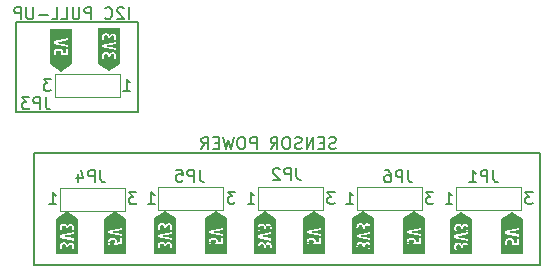
<source format=gbr>
%TF.GenerationSoftware,KiCad,Pcbnew,(6.0.9)*%
%TF.CreationDate,2022-11-19T08:59:55-07:00*%
%TF.ProjectId,AQM,41514d2e-6b69-4636-9164-5f7063625858,rev?*%
%TF.SameCoordinates,Original*%
%TF.FileFunction,Legend,Bot*%
%TF.FilePolarity,Positive*%
%FSLAX46Y46*%
G04 Gerber Fmt 4.6, Leading zero omitted, Abs format (unit mm)*
G04 Created by KiCad (PCBNEW (6.0.9)) date 2022-11-19 08:59:55*
%MOMM*%
%LPD*%
G01*
G04 APERTURE LIST*
%ADD10C,0.150000*%
%ADD11C,0.120000*%
G04 APERTURE END LIST*
D10*
X124780476Y-78604761D02*
X124637619Y-78652380D01*
X124399523Y-78652380D01*
X124304285Y-78604761D01*
X124256666Y-78557142D01*
X124209047Y-78461904D01*
X124209047Y-78366666D01*
X124256666Y-78271428D01*
X124304285Y-78223809D01*
X124399523Y-78176190D01*
X124590000Y-78128571D01*
X124685238Y-78080952D01*
X124732857Y-78033333D01*
X124780476Y-77938095D01*
X124780476Y-77842857D01*
X124732857Y-77747619D01*
X124685238Y-77700000D01*
X124590000Y-77652380D01*
X124351904Y-77652380D01*
X124209047Y-77700000D01*
X123780476Y-78128571D02*
X123447142Y-78128571D01*
X123304285Y-78652380D02*
X123780476Y-78652380D01*
X123780476Y-77652380D01*
X123304285Y-77652380D01*
X122875714Y-78652380D02*
X122875714Y-77652380D01*
X122304285Y-78652380D01*
X122304285Y-77652380D01*
X121875714Y-78604761D02*
X121732857Y-78652380D01*
X121494761Y-78652380D01*
X121399523Y-78604761D01*
X121351904Y-78557142D01*
X121304285Y-78461904D01*
X121304285Y-78366666D01*
X121351904Y-78271428D01*
X121399523Y-78223809D01*
X121494761Y-78176190D01*
X121685238Y-78128571D01*
X121780476Y-78080952D01*
X121828095Y-78033333D01*
X121875714Y-77938095D01*
X121875714Y-77842857D01*
X121828095Y-77747619D01*
X121780476Y-77700000D01*
X121685238Y-77652380D01*
X121447142Y-77652380D01*
X121304285Y-77700000D01*
X120685238Y-77652380D02*
X120494761Y-77652380D01*
X120399523Y-77700000D01*
X120304285Y-77795238D01*
X120256666Y-77985714D01*
X120256666Y-78319047D01*
X120304285Y-78509523D01*
X120399523Y-78604761D01*
X120494761Y-78652380D01*
X120685238Y-78652380D01*
X120780476Y-78604761D01*
X120875714Y-78509523D01*
X120923333Y-78319047D01*
X120923333Y-77985714D01*
X120875714Y-77795238D01*
X120780476Y-77700000D01*
X120685238Y-77652380D01*
X119256666Y-78652380D02*
X119590000Y-78176190D01*
X119828095Y-78652380D02*
X119828095Y-77652380D01*
X119447142Y-77652380D01*
X119351904Y-77700000D01*
X119304285Y-77747619D01*
X119256666Y-77842857D01*
X119256666Y-77985714D01*
X119304285Y-78080952D01*
X119351904Y-78128571D01*
X119447142Y-78176190D01*
X119828095Y-78176190D01*
X118066190Y-78652380D02*
X118066190Y-77652380D01*
X117685238Y-77652380D01*
X117590000Y-77700000D01*
X117542380Y-77747619D01*
X117494761Y-77842857D01*
X117494761Y-77985714D01*
X117542380Y-78080952D01*
X117590000Y-78128571D01*
X117685238Y-78176190D01*
X118066190Y-78176190D01*
X116875714Y-77652380D02*
X116685238Y-77652380D01*
X116590000Y-77700000D01*
X116494761Y-77795238D01*
X116447142Y-77985714D01*
X116447142Y-78319047D01*
X116494761Y-78509523D01*
X116590000Y-78604761D01*
X116685238Y-78652380D01*
X116875714Y-78652380D01*
X116970952Y-78604761D01*
X117066190Y-78509523D01*
X117113809Y-78319047D01*
X117113809Y-77985714D01*
X117066190Y-77795238D01*
X116970952Y-77700000D01*
X116875714Y-77652380D01*
X116113809Y-77652380D02*
X115875714Y-78652380D01*
X115685238Y-77938095D01*
X115494761Y-78652380D01*
X115256666Y-77652380D01*
X114875714Y-78128571D02*
X114542380Y-78128571D01*
X114399523Y-78652380D02*
X114875714Y-78652380D01*
X114875714Y-77652380D01*
X114399523Y-77652380D01*
X113399523Y-78652380D02*
X113732857Y-78176190D01*
X113970952Y-78652380D02*
X113970952Y-77652380D01*
X113590000Y-77652380D01*
X113494761Y-77700000D01*
X113447142Y-77747619D01*
X113399523Y-77842857D01*
X113399523Y-77985714D01*
X113447142Y-78080952D01*
X113494761Y-78128571D01*
X113590000Y-78176190D01*
X113970952Y-78176190D01*
X99250000Y-79040000D02*
X142020000Y-79040000D01*
X142020000Y-79040000D02*
X142020000Y-88450000D01*
X142020000Y-88450000D02*
X99250000Y-88450000D01*
X99250000Y-88450000D02*
X99250000Y-79040000D01*
X107246133Y-67660780D02*
X107246133Y-66660780D01*
X106817561Y-66756019D02*
X106769942Y-66708400D01*
X106674704Y-66660780D01*
X106436609Y-66660780D01*
X106341371Y-66708400D01*
X106293752Y-66756019D01*
X106246133Y-66851257D01*
X106246133Y-66946495D01*
X106293752Y-67089352D01*
X106865180Y-67660780D01*
X106246133Y-67660780D01*
X105246133Y-67565542D02*
X105293752Y-67613161D01*
X105436609Y-67660780D01*
X105531847Y-67660780D01*
X105674704Y-67613161D01*
X105769942Y-67517923D01*
X105817561Y-67422685D01*
X105865180Y-67232209D01*
X105865180Y-67089352D01*
X105817561Y-66898876D01*
X105769942Y-66803638D01*
X105674704Y-66708400D01*
X105531847Y-66660780D01*
X105436609Y-66660780D01*
X105293752Y-66708400D01*
X105246133Y-66756019D01*
X104055657Y-67660780D02*
X104055657Y-66660780D01*
X103674704Y-66660780D01*
X103579466Y-66708400D01*
X103531847Y-66756019D01*
X103484228Y-66851257D01*
X103484228Y-66994114D01*
X103531847Y-67089352D01*
X103579466Y-67136971D01*
X103674704Y-67184590D01*
X104055657Y-67184590D01*
X103055657Y-66660780D02*
X103055657Y-67470304D01*
X103008038Y-67565542D01*
X102960419Y-67613161D01*
X102865180Y-67660780D01*
X102674704Y-67660780D01*
X102579466Y-67613161D01*
X102531847Y-67565542D01*
X102484228Y-67470304D01*
X102484228Y-66660780D01*
X101531847Y-67660780D02*
X102008038Y-67660780D01*
X102008038Y-66660780D01*
X100722323Y-67660780D02*
X101198514Y-67660780D01*
X101198514Y-66660780D01*
X100388990Y-67279828D02*
X99627085Y-67279828D01*
X99150895Y-66660780D02*
X99150895Y-67470304D01*
X99103276Y-67565542D01*
X99055657Y-67613161D01*
X98960419Y-67660780D01*
X98769942Y-67660780D01*
X98674704Y-67613161D01*
X98627085Y-67565542D01*
X98579466Y-67470304D01*
X98579466Y-66660780D01*
X98103276Y-67660780D02*
X98103276Y-66660780D01*
X97722323Y-66660780D01*
X97627085Y-66708400D01*
X97579466Y-66756019D01*
X97531847Y-66851257D01*
X97531847Y-66994114D01*
X97579466Y-67089352D01*
X97627085Y-67136971D01*
X97722323Y-67184590D01*
X98103276Y-67184590D01*
X97707200Y-67919600D02*
X108032800Y-67919600D01*
X108032800Y-67919600D02*
X108032800Y-75554000D01*
X108032800Y-75554000D02*
X97707200Y-75554000D01*
X97707200Y-75554000D02*
X97707200Y-67919600D01*
%TO.C,JP3*%
X100198133Y-74280780D02*
X100198133Y-74995066D01*
X100245752Y-75137923D01*
X100340990Y-75233161D01*
X100483847Y-75280780D01*
X100579085Y-75280780D01*
X99721942Y-75280780D02*
X99721942Y-74280780D01*
X99340990Y-74280780D01*
X99245752Y-74328400D01*
X99198133Y-74376019D01*
X99150514Y-74471257D01*
X99150514Y-74614114D01*
X99198133Y-74709352D01*
X99245752Y-74756971D01*
X99340990Y-74804590D01*
X99721942Y-74804590D01*
X98817180Y-74280780D02*
X98198133Y-74280780D01*
X98531466Y-74661733D01*
X98388609Y-74661733D01*
X98293371Y-74709352D01*
X98245752Y-74756971D01*
X98198133Y-74852209D01*
X98198133Y-75090304D01*
X98245752Y-75185542D01*
X98293371Y-75233161D01*
X98388609Y-75280780D01*
X98674323Y-75280780D01*
X98769561Y-75233161D01*
X98817180Y-75185542D01*
X106777885Y-73731380D02*
X107349314Y-73731380D01*
X107063600Y-73731380D02*
X107063600Y-72731380D01*
X107158838Y-72874238D01*
X107254076Y-72969476D01*
X107349314Y-73017095D01*
X100646933Y-72731380D02*
X100027885Y-72731380D01*
X100361219Y-73112333D01*
X100218361Y-73112333D01*
X100123123Y-73159952D01*
X100075504Y-73207571D01*
X100027885Y-73302809D01*
X100027885Y-73540904D01*
X100075504Y-73636142D01*
X100123123Y-73683761D01*
X100218361Y-73731380D01*
X100504076Y-73731380D01*
X100599314Y-73683761D01*
X100646933Y-73636142D01*
%TO.C,JP6*%
X130881333Y-80478380D02*
X130881333Y-81192666D01*
X130928952Y-81335523D01*
X131024190Y-81430761D01*
X131167047Y-81478380D01*
X131262285Y-81478380D01*
X130405142Y-81478380D02*
X130405142Y-80478380D01*
X130024190Y-80478380D01*
X129928952Y-80526000D01*
X129881333Y-80573619D01*
X129833714Y-80668857D01*
X129833714Y-80811714D01*
X129881333Y-80906952D01*
X129928952Y-80954571D01*
X130024190Y-81002190D01*
X130405142Y-81002190D01*
X128976571Y-80478380D02*
X129167047Y-80478380D01*
X129262285Y-80526000D01*
X129309904Y-80573619D01*
X129405142Y-80716476D01*
X129452761Y-80906952D01*
X129452761Y-81287904D01*
X129405142Y-81383142D01*
X129357523Y-81430761D01*
X129262285Y-81478380D01*
X129071809Y-81478380D01*
X128976571Y-81430761D01*
X128928952Y-81383142D01*
X128881333Y-81287904D01*
X128881333Y-81049809D01*
X128928952Y-80954571D01*
X128976571Y-80906952D01*
X129071809Y-80859333D01*
X129262285Y-80859333D01*
X129357523Y-80906952D01*
X129405142Y-80954571D01*
X129452761Y-81049809D01*
X125664285Y-83302380D02*
X126235714Y-83302380D01*
X125950000Y-83302380D02*
X125950000Y-82302380D01*
X126045238Y-82445238D01*
X126140476Y-82540476D01*
X126235714Y-82588095D01*
X133033333Y-82302380D02*
X132414285Y-82302380D01*
X132747619Y-82683333D01*
X132604761Y-82683333D01*
X132509523Y-82730952D01*
X132461904Y-82778571D01*
X132414285Y-82873809D01*
X132414285Y-83111904D01*
X132461904Y-83207142D01*
X132509523Y-83254761D01*
X132604761Y-83302380D01*
X132890476Y-83302380D01*
X132985714Y-83254761D01*
X133033333Y-83207142D01*
%TO.C,JP5*%
X113233333Y-80412380D02*
X113233333Y-81126666D01*
X113280952Y-81269523D01*
X113376190Y-81364761D01*
X113519047Y-81412380D01*
X113614285Y-81412380D01*
X112757142Y-81412380D02*
X112757142Y-80412380D01*
X112376190Y-80412380D01*
X112280952Y-80460000D01*
X112233333Y-80507619D01*
X112185714Y-80602857D01*
X112185714Y-80745714D01*
X112233333Y-80840952D01*
X112280952Y-80888571D01*
X112376190Y-80936190D01*
X112757142Y-80936190D01*
X111280952Y-80412380D02*
X111757142Y-80412380D01*
X111804761Y-80888571D01*
X111757142Y-80840952D01*
X111661904Y-80793333D01*
X111423809Y-80793333D01*
X111328571Y-80840952D01*
X111280952Y-80888571D01*
X111233333Y-80983809D01*
X111233333Y-81221904D01*
X111280952Y-81317142D01*
X111328571Y-81364761D01*
X111423809Y-81412380D01*
X111661904Y-81412380D01*
X111757142Y-81364761D01*
X111804761Y-81317142D01*
X108864285Y-83277380D02*
X109435714Y-83277380D01*
X109150000Y-83277380D02*
X109150000Y-82277380D01*
X109245238Y-82420238D01*
X109340476Y-82515476D01*
X109435714Y-82563095D01*
X116233333Y-82277380D02*
X115614285Y-82277380D01*
X115947619Y-82658333D01*
X115804761Y-82658333D01*
X115709523Y-82705952D01*
X115661904Y-82753571D01*
X115614285Y-82848809D01*
X115614285Y-83086904D01*
X115661904Y-83182142D01*
X115709523Y-83229761D01*
X115804761Y-83277380D01*
X116090476Y-83277380D01*
X116185714Y-83229761D01*
X116233333Y-83182142D01*
%TO.C,JP4*%
X104823333Y-80462380D02*
X104823333Y-81176666D01*
X104870952Y-81319523D01*
X104966190Y-81414761D01*
X105109047Y-81462380D01*
X105204285Y-81462380D01*
X104347142Y-81462380D02*
X104347142Y-80462380D01*
X103966190Y-80462380D01*
X103870952Y-80510000D01*
X103823333Y-80557619D01*
X103775714Y-80652857D01*
X103775714Y-80795714D01*
X103823333Y-80890952D01*
X103870952Y-80938571D01*
X103966190Y-80986190D01*
X104347142Y-80986190D01*
X102918571Y-80795714D02*
X102918571Y-81462380D01*
X103156666Y-80414761D02*
X103394761Y-81129047D01*
X102775714Y-81129047D01*
X107883333Y-82327380D02*
X107264285Y-82327380D01*
X107597619Y-82708333D01*
X107454761Y-82708333D01*
X107359523Y-82755952D01*
X107311904Y-82803571D01*
X107264285Y-82898809D01*
X107264285Y-83136904D01*
X107311904Y-83232142D01*
X107359523Y-83279761D01*
X107454761Y-83327380D01*
X107740476Y-83327380D01*
X107835714Y-83279761D01*
X107883333Y-83232142D01*
X100514285Y-83327380D02*
X101085714Y-83327380D01*
X100800000Y-83327380D02*
X100800000Y-82327380D01*
X100895238Y-82470238D01*
X100990476Y-82565476D01*
X101085714Y-82613095D01*
%TO.C,JP1*%
X138083333Y-80462380D02*
X138083333Y-81176666D01*
X138130952Y-81319523D01*
X138226190Y-81414761D01*
X138369047Y-81462380D01*
X138464285Y-81462380D01*
X137607142Y-81462380D02*
X137607142Y-80462380D01*
X137226190Y-80462380D01*
X137130952Y-80510000D01*
X137083333Y-80557619D01*
X137035714Y-80652857D01*
X137035714Y-80795714D01*
X137083333Y-80890952D01*
X137130952Y-80938571D01*
X137226190Y-80986190D01*
X137607142Y-80986190D01*
X136083333Y-81462380D02*
X136654761Y-81462380D01*
X136369047Y-81462380D02*
X136369047Y-80462380D01*
X136464285Y-80605238D01*
X136559523Y-80700476D01*
X136654761Y-80748095D01*
X134064285Y-83302380D02*
X134635714Y-83302380D01*
X134350000Y-83302380D02*
X134350000Y-82302380D01*
X134445238Y-82445238D01*
X134540476Y-82540476D01*
X134635714Y-82588095D01*
X141433333Y-82302380D02*
X140814285Y-82302380D01*
X141147619Y-82683333D01*
X141004761Y-82683333D01*
X140909523Y-82730952D01*
X140861904Y-82778571D01*
X140814285Y-82873809D01*
X140814285Y-83111904D01*
X140861904Y-83207142D01*
X140909523Y-83254761D01*
X141004761Y-83302380D01*
X141290476Y-83302380D01*
X141385714Y-83254761D01*
X141433333Y-83207142D01*
%TO.C,JP2*%
X121443333Y-80272380D02*
X121443333Y-80986666D01*
X121490952Y-81129523D01*
X121586190Y-81224761D01*
X121729047Y-81272380D01*
X121824285Y-81272380D01*
X120967142Y-81272380D02*
X120967142Y-80272380D01*
X120586190Y-80272380D01*
X120490952Y-80320000D01*
X120443333Y-80367619D01*
X120395714Y-80462857D01*
X120395714Y-80605714D01*
X120443333Y-80700952D01*
X120490952Y-80748571D01*
X120586190Y-80796190D01*
X120967142Y-80796190D01*
X120014761Y-80367619D02*
X119967142Y-80320000D01*
X119871904Y-80272380D01*
X119633809Y-80272380D01*
X119538571Y-80320000D01*
X119490952Y-80367619D01*
X119443333Y-80462857D01*
X119443333Y-80558095D01*
X119490952Y-80700952D01*
X120062380Y-81272380D01*
X119443333Y-81272380D01*
X117314285Y-83302380D02*
X117885714Y-83302380D01*
X117600000Y-83302380D02*
X117600000Y-82302380D01*
X117695238Y-82445238D01*
X117790476Y-82540476D01*
X117885714Y-82588095D01*
X124683333Y-82302380D02*
X124064285Y-82302380D01*
X124397619Y-82683333D01*
X124254761Y-82683333D01*
X124159523Y-82730952D01*
X124111904Y-82778571D01*
X124064285Y-82873809D01*
X124064285Y-83111904D01*
X124111904Y-83207142D01*
X124159523Y-83254761D01*
X124254761Y-83302380D01*
X124540476Y-83302380D01*
X124635714Y-83254761D01*
X124683333Y-83207142D01*
%TO.C,kibuzzard-6378F9DB*%
G36*
X106488442Y-68448276D02*
G01*
X106488442Y-71447163D01*
X105562400Y-72064524D01*
X104636358Y-71447163D01*
X104636358Y-70793063D01*
X104967087Y-70793063D01*
X104979787Y-70922444D01*
X105017887Y-71047063D01*
X105170287Y-71047063D01*
X105121472Y-70931573D01*
X105105200Y-70813701D01*
X105118892Y-70726190D01*
X105159969Y-70663682D01*
X105228430Y-70626177D01*
X105324275Y-70613676D01*
X105418533Y-70627963D01*
X105482231Y-70670826D01*
X105518545Y-70748613D01*
X105530650Y-70867676D01*
X105530650Y-70899426D01*
X105670350Y-70899426D01*
X105670350Y-70867676D01*
X105682256Y-70756948D01*
X105717975Y-70681938D01*
X105779491Y-70639076D01*
X105868787Y-70624788D01*
X105953454Y-70643133D01*
X106004254Y-70698166D01*
X106021187Y-70789888D01*
X106004519Y-70901807D01*
X105954512Y-71024838D01*
X106102150Y-71024838D01*
X106133018Y-70933116D01*
X106151539Y-70844216D01*
X106157713Y-70758138D01*
X106140052Y-70627566D01*
X106087069Y-70531126D01*
X106002733Y-70471594D01*
X105891012Y-70451751D01*
X105789313Y-70463657D01*
X105708053Y-70499376D01*
X105647232Y-70558907D01*
X105606850Y-70642251D01*
X105605262Y-70642251D01*
X105572322Y-70551962D01*
X105513187Y-70487469D01*
X105427859Y-70448774D01*
X105316337Y-70435876D01*
X105209622Y-70445798D01*
X105122310Y-70475563D01*
X105054400Y-70525173D01*
X105005893Y-70594626D01*
X104976789Y-70683923D01*
X104967087Y-70793063D01*
X104636358Y-70793063D01*
X104636358Y-70051701D01*
X104982962Y-70051701D01*
X106141837Y-70308876D01*
X106141837Y-70126313D01*
X105141712Y-69945338D01*
X105141712Y-69943751D01*
X106141837Y-69762776D01*
X106141837Y-69586563D01*
X104982962Y-69845326D01*
X104982962Y-70051701D01*
X104636358Y-70051701D01*
X104636358Y-69205563D01*
X104967087Y-69205563D01*
X104979787Y-69334944D01*
X105017887Y-69459563D01*
X105170287Y-69459563D01*
X105121472Y-69344073D01*
X105105200Y-69226201D01*
X105118892Y-69138690D01*
X105159969Y-69076182D01*
X105228430Y-69038677D01*
X105324275Y-69026176D01*
X105418533Y-69040463D01*
X105482231Y-69083326D01*
X105518545Y-69161113D01*
X105530650Y-69280176D01*
X105530650Y-69311926D01*
X105670350Y-69311926D01*
X105670350Y-69280176D01*
X105682256Y-69169448D01*
X105717975Y-69094438D01*
X105779491Y-69051576D01*
X105868787Y-69037288D01*
X105953454Y-69055633D01*
X106004254Y-69110666D01*
X106021187Y-69202388D01*
X106004519Y-69314307D01*
X105954512Y-69437338D01*
X106102150Y-69437338D01*
X106133018Y-69345616D01*
X106151539Y-69256716D01*
X106157713Y-69170638D01*
X106140052Y-69040066D01*
X106087069Y-68943626D01*
X106002733Y-68884094D01*
X105891012Y-68864251D01*
X105789313Y-68876157D01*
X105708053Y-68911876D01*
X105647232Y-68971407D01*
X105606850Y-69054751D01*
X105605262Y-69054751D01*
X105572322Y-68964462D01*
X105513187Y-68899969D01*
X105427859Y-68861274D01*
X105316337Y-68848376D01*
X105209622Y-68858298D01*
X105122310Y-68888063D01*
X105054400Y-68937673D01*
X105005893Y-69007126D01*
X104976789Y-69096423D01*
X104967087Y-69205563D01*
X104636358Y-69205563D01*
X104636358Y-68448276D01*
X106488442Y-68448276D01*
G37*
%TO.C,kibuzzard-6378ECA4*%
G36*
X102416504Y-68501722D02*
G01*
X102416504Y-71500609D01*
X101498400Y-72112678D01*
X100580296Y-71500609D01*
X100580296Y-70488528D01*
X100911025Y-70488528D01*
X100922931Y-70606400D01*
X100958650Y-70715540D01*
X101109463Y-70715540D01*
X101064219Y-70607193D01*
X101049137Y-70501228D01*
X101062830Y-70420265D01*
X101103906Y-70364703D01*
X101179114Y-70332556D01*
X101295200Y-70321840D01*
X101405333Y-70329381D01*
X101478556Y-70352003D01*
X101533325Y-70445665D01*
X101517450Y-70506387D01*
X101469825Y-70561553D01*
X101469825Y-70707603D01*
X102085775Y-70691728D01*
X102085775Y-70175790D01*
X101949250Y-70175790D01*
X101949250Y-70529803D01*
X101628575Y-70540915D01*
X101628575Y-70537740D01*
X101658341Y-70473447D01*
X101668262Y-70398040D01*
X101653340Y-70306600D01*
X101608572Y-70235480D01*
X101533960Y-70184680D01*
X101429503Y-70154200D01*
X101295200Y-70144040D01*
X101170669Y-70153212D01*
X101072244Y-70180729D01*
X100999925Y-70226590D01*
X100950536Y-70292383D01*
X100920903Y-70379696D01*
X100911025Y-70488528D01*
X100580296Y-70488528D01*
X100580296Y-69751928D01*
X100926900Y-69751928D01*
X102085775Y-70009103D01*
X102085775Y-69826540D01*
X101085650Y-69645565D01*
X101085650Y-69643978D01*
X102085775Y-69463003D01*
X102085775Y-69286790D01*
X100926900Y-69545553D01*
X100926900Y-69751928D01*
X100580296Y-69751928D01*
X100580296Y-68501722D01*
X102416504Y-68501722D01*
G37*
%TO.C,kibuzzard-6378EBEC*%
G36*
X139700000Y-83954522D02*
G01*
X140618104Y-84566591D01*
X140618104Y-87565478D01*
X138781896Y-87565478D01*
X138781896Y-86553397D01*
X139112625Y-86553397D01*
X139124531Y-86671269D01*
X139160250Y-86780410D01*
X139311063Y-86780410D01*
X139265819Y-86672063D01*
X139250737Y-86566097D01*
X139264430Y-86485135D01*
X139305506Y-86429572D01*
X139380714Y-86397425D01*
X139496800Y-86386710D01*
X139606933Y-86394250D01*
X139680156Y-86416872D01*
X139734925Y-86510535D01*
X139719050Y-86571257D01*
X139671425Y-86626422D01*
X139671425Y-86772472D01*
X140287375Y-86756597D01*
X140287375Y-86240660D01*
X140150850Y-86240660D01*
X140150850Y-86594672D01*
X139830175Y-86605785D01*
X139830175Y-86602610D01*
X139859941Y-86538316D01*
X139869862Y-86462910D01*
X139854940Y-86371470D01*
X139810172Y-86300350D01*
X139735560Y-86249550D01*
X139631103Y-86219070D01*
X139496800Y-86208910D01*
X139372269Y-86218082D01*
X139273844Y-86245599D01*
X139201525Y-86291460D01*
X139152136Y-86357253D01*
X139122503Y-86444565D01*
X139112625Y-86553397D01*
X138781896Y-86553397D01*
X138781896Y-85816797D01*
X139128500Y-85816797D01*
X140287375Y-86073972D01*
X140287375Y-85891410D01*
X139287250Y-85710435D01*
X139287250Y-85708847D01*
X140287375Y-85527872D01*
X140287375Y-85351660D01*
X139128500Y-85610422D01*
X139128500Y-85816797D01*
X138781896Y-85816797D01*
X138781896Y-84566591D01*
X139700000Y-83954522D01*
G37*
G36*
X131370000Y-83914522D02*
G01*
X132288104Y-84526591D01*
X132288104Y-87525478D01*
X130451896Y-87525478D01*
X130451896Y-86513397D01*
X130782625Y-86513397D01*
X130794531Y-86631269D01*
X130830250Y-86740410D01*
X130981063Y-86740410D01*
X130935819Y-86632063D01*
X130920737Y-86526097D01*
X130934430Y-86445135D01*
X130975506Y-86389572D01*
X131050714Y-86357425D01*
X131166800Y-86346710D01*
X131276933Y-86354250D01*
X131350156Y-86376872D01*
X131404925Y-86470535D01*
X131389050Y-86531257D01*
X131341425Y-86586422D01*
X131341425Y-86732472D01*
X131957375Y-86716597D01*
X131957375Y-86200660D01*
X131820850Y-86200660D01*
X131820850Y-86554672D01*
X131500175Y-86565785D01*
X131500175Y-86562610D01*
X131529941Y-86498316D01*
X131539862Y-86422910D01*
X131524940Y-86331470D01*
X131480172Y-86260350D01*
X131405560Y-86209550D01*
X131301103Y-86179070D01*
X131166800Y-86168910D01*
X131042269Y-86178082D01*
X130943844Y-86205599D01*
X130871525Y-86251460D01*
X130822136Y-86317253D01*
X130792503Y-86404565D01*
X130782625Y-86513397D01*
X130451896Y-86513397D01*
X130451896Y-85776797D01*
X130798500Y-85776797D01*
X131957375Y-86033972D01*
X131957375Y-85851410D01*
X130957250Y-85670435D01*
X130957250Y-85668847D01*
X131957375Y-85487872D01*
X131957375Y-85311660D01*
X130798500Y-85570422D01*
X130798500Y-85776797D01*
X130451896Y-85776797D01*
X130451896Y-84526591D01*
X131370000Y-83914522D01*
G37*
G36*
X122900000Y-83914522D02*
G01*
X123818104Y-84526591D01*
X123818104Y-87525478D01*
X121981896Y-87525478D01*
X121981896Y-86513397D01*
X122312625Y-86513397D01*
X122324531Y-86631269D01*
X122360250Y-86740410D01*
X122511063Y-86740410D01*
X122465819Y-86632063D01*
X122450737Y-86526097D01*
X122464430Y-86445135D01*
X122505506Y-86389572D01*
X122580714Y-86357425D01*
X122696800Y-86346710D01*
X122806933Y-86354250D01*
X122880156Y-86376872D01*
X122934925Y-86470535D01*
X122919050Y-86531257D01*
X122871425Y-86586422D01*
X122871425Y-86732472D01*
X123487375Y-86716597D01*
X123487375Y-86200660D01*
X123350850Y-86200660D01*
X123350850Y-86554672D01*
X123030175Y-86565785D01*
X123030175Y-86562610D01*
X123059941Y-86498316D01*
X123069862Y-86422910D01*
X123054940Y-86331470D01*
X123010172Y-86260350D01*
X122935560Y-86209550D01*
X122831103Y-86179070D01*
X122696800Y-86168910D01*
X122572269Y-86178082D01*
X122473844Y-86205599D01*
X122401525Y-86251460D01*
X122352136Y-86317253D01*
X122322503Y-86404565D01*
X122312625Y-86513397D01*
X121981896Y-86513397D01*
X121981896Y-85776797D01*
X122328500Y-85776797D01*
X123487375Y-86033972D01*
X123487375Y-85851410D01*
X122487250Y-85670435D01*
X122487250Y-85668847D01*
X123487375Y-85487872D01*
X123487375Y-85311660D01*
X122328500Y-85570422D01*
X122328500Y-85776797D01*
X121981896Y-85776797D01*
X121981896Y-84526591D01*
X122900000Y-83914522D01*
G37*
G36*
X114610000Y-83914522D02*
G01*
X115528104Y-84526591D01*
X115528104Y-87525478D01*
X113691896Y-87525478D01*
X113691896Y-86513397D01*
X114022625Y-86513397D01*
X114034531Y-86631269D01*
X114070250Y-86740410D01*
X114221063Y-86740410D01*
X114175819Y-86632063D01*
X114160737Y-86526097D01*
X114174430Y-86445135D01*
X114215506Y-86389572D01*
X114290714Y-86357425D01*
X114406800Y-86346710D01*
X114516933Y-86354250D01*
X114590156Y-86376872D01*
X114644925Y-86470535D01*
X114629050Y-86531257D01*
X114581425Y-86586422D01*
X114581425Y-86732472D01*
X115197375Y-86716597D01*
X115197375Y-86200660D01*
X115060850Y-86200660D01*
X115060850Y-86554672D01*
X114740175Y-86565785D01*
X114740175Y-86562610D01*
X114769941Y-86498316D01*
X114779862Y-86422910D01*
X114764940Y-86331470D01*
X114720172Y-86260350D01*
X114645560Y-86209550D01*
X114541103Y-86179070D01*
X114406800Y-86168910D01*
X114282269Y-86178082D01*
X114183844Y-86205599D01*
X114111525Y-86251460D01*
X114062136Y-86317253D01*
X114032503Y-86404565D01*
X114022625Y-86513397D01*
X113691896Y-86513397D01*
X113691896Y-85776797D01*
X114038500Y-85776797D01*
X115197375Y-86033972D01*
X115197375Y-85851410D01*
X114197250Y-85670435D01*
X114197250Y-85668847D01*
X115197375Y-85487872D01*
X115197375Y-85311660D01*
X114038500Y-85570422D01*
X114038500Y-85776797D01*
X113691896Y-85776797D01*
X113691896Y-84526591D01*
X114610000Y-83914522D01*
G37*
G36*
X106060000Y-83934522D02*
G01*
X106978104Y-84546591D01*
X106978104Y-87545478D01*
X105141896Y-87545478D01*
X105141896Y-86533397D01*
X105472625Y-86533397D01*
X105484531Y-86651269D01*
X105520250Y-86760410D01*
X105671063Y-86760410D01*
X105625819Y-86652063D01*
X105610737Y-86546097D01*
X105624430Y-86465135D01*
X105665506Y-86409572D01*
X105740714Y-86377425D01*
X105856800Y-86366710D01*
X105966933Y-86374250D01*
X106040156Y-86396872D01*
X106094925Y-86490535D01*
X106079050Y-86551257D01*
X106031425Y-86606422D01*
X106031425Y-86752472D01*
X106647375Y-86736597D01*
X106647375Y-86220660D01*
X106510850Y-86220660D01*
X106510850Y-86574672D01*
X106190175Y-86585785D01*
X106190175Y-86582610D01*
X106219941Y-86518316D01*
X106229862Y-86442910D01*
X106214940Y-86351470D01*
X106170172Y-86280350D01*
X106095560Y-86229550D01*
X105991103Y-86199070D01*
X105856800Y-86188910D01*
X105732269Y-86198082D01*
X105633844Y-86225599D01*
X105561525Y-86271460D01*
X105512136Y-86337253D01*
X105482503Y-86424565D01*
X105472625Y-86533397D01*
X105141896Y-86533397D01*
X105141896Y-85796797D01*
X105488500Y-85796797D01*
X106647375Y-86053972D01*
X106647375Y-85871410D01*
X105647250Y-85690435D01*
X105647250Y-85688847D01*
X106647375Y-85507872D01*
X106647375Y-85331660D01*
X105488500Y-85590422D01*
X105488500Y-85796797D01*
X105141896Y-85796797D01*
X105141896Y-84546591D01*
X106060000Y-83934522D01*
G37*
%TO.C,kibuzzard-6378EB76*%
G36*
X135400000Y-83961876D02*
G01*
X136326042Y-84579237D01*
X136326042Y-87578124D01*
X134473958Y-87578124D01*
X134473958Y-86924024D01*
X134804687Y-86924024D01*
X134817387Y-87053406D01*
X134855487Y-87178024D01*
X135007887Y-87178024D01*
X134959072Y-87062534D01*
X134942800Y-86944662D01*
X134956492Y-86857151D01*
X134997569Y-86794643D01*
X135066030Y-86757138D01*
X135161875Y-86744637D01*
X135256133Y-86758924D01*
X135319831Y-86801787D01*
X135356145Y-86879574D01*
X135368250Y-86998637D01*
X135368250Y-87030387D01*
X135507950Y-87030387D01*
X135507950Y-86998637D01*
X135519856Y-86887909D01*
X135555575Y-86812899D01*
X135617091Y-86770037D01*
X135706387Y-86755749D01*
X135791054Y-86774094D01*
X135841854Y-86829127D01*
X135858787Y-86920849D01*
X135842119Y-87032768D01*
X135792112Y-87155799D01*
X135939750Y-87155799D01*
X135970618Y-87064077D01*
X135989139Y-86975177D01*
X135995313Y-86889099D01*
X135977652Y-86758527D01*
X135924669Y-86662087D01*
X135840333Y-86602556D01*
X135728612Y-86582712D01*
X135626913Y-86594618D01*
X135545653Y-86630337D01*
X135484832Y-86689868D01*
X135444450Y-86773212D01*
X135442862Y-86773212D01*
X135409922Y-86682923D01*
X135350787Y-86618431D01*
X135265459Y-86579735D01*
X135153937Y-86566837D01*
X135047222Y-86576759D01*
X134959910Y-86606524D01*
X134892000Y-86656134D01*
X134843493Y-86725587D01*
X134814389Y-86814884D01*
X134804687Y-86924024D01*
X134473958Y-86924024D01*
X134473958Y-86182662D01*
X134820562Y-86182662D01*
X135979437Y-86439837D01*
X135979437Y-86257274D01*
X134979312Y-86076299D01*
X134979312Y-86074712D01*
X135979437Y-85893737D01*
X135979437Y-85717524D01*
X134820562Y-85976287D01*
X134820562Y-86182662D01*
X134473958Y-86182662D01*
X134473958Y-85336524D01*
X134804687Y-85336524D01*
X134817387Y-85465906D01*
X134855487Y-85590524D01*
X135007887Y-85590524D01*
X134959072Y-85475034D01*
X134942800Y-85357162D01*
X134956492Y-85269651D01*
X134997569Y-85207143D01*
X135066030Y-85169638D01*
X135161875Y-85157137D01*
X135256133Y-85171424D01*
X135319831Y-85214287D01*
X135356145Y-85292074D01*
X135368250Y-85411137D01*
X135368250Y-85442887D01*
X135507950Y-85442887D01*
X135507950Y-85411137D01*
X135519856Y-85300409D01*
X135555575Y-85225399D01*
X135617091Y-85182537D01*
X135706387Y-85168249D01*
X135791054Y-85186594D01*
X135841854Y-85241627D01*
X135858787Y-85333349D01*
X135842119Y-85445268D01*
X135792112Y-85568299D01*
X135939750Y-85568299D01*
X135970618Y-85476577D01*
X135989139Y-85387677D01*
X135995313Y-85301599D01*
X135977652Y-85171027D01*
X135924669Y-85074587D01*
X135840333Y-85015056D01*
X135728612Y-84995212D01*
X135626913Y-85007118D01*
X135545653Y-85042837D01*
X135484832Y-85102368D01*
X135444450Y-85185712D01*
X135442862Y-85185712D01*
X135409922Y-85095423D01*
X135350787Y-85030931D01*
X135265459Y-84992235D01*
X135153937Y-84979337D01*
X135047222Y-84989259D01*
X134959910Y-85019024D01*
X134892000Y-85068634D01*
X134843493Y-85138087D01*
X134814389Y-85227384D01*
X134804687Y-85336524D01*
X134473958Y-85336524D01*
X134473958Y-84579237D01*
X135400000Y-83961876D01*
G37*
G36*
X127110000Y-83921876D02*
G01*
X128036042Y-84539237D01*
X128036042Y-87538124D01*
X126183958Y-87538124D01*
X126183958Y-86884024D01*
X126514687Y-86884024D01*
X126527387Y-87013406D01*
X126565487Y-87138024D01*
X126717887Y-87138024D01*
X126669072Y-87022534D01*
X126652800Y-86904662D01*
X126666492Y-86817151D01*
X126707569Y-86754643D01*
X126776030Y-86717138D01*
X126871875Y-86704637D01*
X126966133Y-86718924D01*
X127029831Y-86761787D01*
X127066145Y-86839574D01*
X127078250Y-86958637D01*
X127078250Y-86990387D01*
X127217950Y-86990387D01*
X127217950Y-86958637D01*
X127229856Y-86847909D01*
X127265575Y-86772899D01*
X127327091Y-86730037D01*
X127416387Y-86715749D01*
X127501054Y-86734094D01*
X127551854Y-86789127D01*
X127568787Y-86880849D01*
X127552119Y-86992768D01*
X127502112Y-87115799D01*
X127649750Y-87115799D01*
X127680618Y-87024077D01*
X127699139Y-86935177D01*
X127705313Y-86849099D01*
X127687652Y-86718527D01*
X127634669Y-86622087D01*
X127550333Y-86562556D01*
X127438612Y-86542712D01*
X127336913Y-86554618D01*
X127255653Y-86590337D01*
X127194832Y-86649868D01*
X127154450Y-86733212D01*
X127152862Y-86733212D01*
X127119922Y-86642923D01*
X127060787Y-86578431D01*
X126975459Y-86539735D01*
X126863937Y-86526837D01*
X126757222Y-86536759D01*
X126669910Y-86566524D01*
X126602000Y-86616134D01*
X126553493Y-86685587D01*
X126524389Y-86774884D01*
X126514687Y-86884024D01*
X126183958Y-86884024D01*
X126183958Y-86142662D01*
X126530562Y-86142662D01*
X127689437Y-86399837D01*
X127689437Y-86217274D01*
X126689312Y-86036299D01*
X126689312Y-86034712D01*
X127689437Y-85853737D01*
X127689437Y-85677524D01*
X126530562Y-85936287D01*
X126530562Y-86142662D01*
X126183958Y-86142662D01*
X126183958Y-85296524D01*
X126514687Y-85296524D01*
X126527387Y-85425906D01*
X126565487Y-85550524D01*
X126717887Y-85550524D01*
X126669072Y-85435034D01*
X126652800Y-85317162D01*
X126666492Y-85229651D01*
X126707569Y-85167143D01*
X126776030Y-85129638D01*
X126871875Y-85117137D01*
X126966133Y-85131424D01*
X127029831Y-85174287D01*
X127066145Y-85252074D01*
X127078250Y-85371137D01*
X127078250Y-85402887D01*
X127217950Y-85402887D01*
X127217950Y-85371137D01*
X127229856Y-85260409D01*
X127265575Y-85185399D01*
X127327091Y-85142537D01*
X127416387Y-85128249D01*
X127501054Y-85146594D01*
X127551854Y-85201627D01*
X127568787Y-85293349D01*
X127552119Y-85405268D01*
X127502112Y-85528299D01*
X127649750Y-85528299D01*
X127680618Y-85436577D01*
X127699139Y-85347677D01*
X127705313Y-85261599D01*
X127687652Y-85131027D01*
X127634669Y-85034587D01*
X127550333Y-84975056D01*
X127438612Y-84955212D01*
X127336913Y-84967118D01*
X127255653Y-85002837D01*
X127194832Y-85062368D01*
X127154450Y-85145712D01*
X127152862Y-85145712D01*
X127119922Y-85055423D01*
X127060787Y-84990931D01*
X126975459Y-84952235D01*
X126863937Y-84939337D01*
X126757222Y-84949259D01*
X126669910Y-84979024D01*
X126602000Y-85028634D01*
X126553493Y-85098087D01*
X126524389Y-85187384D01*
X126514687Y-85296524D01*
X126183958Y-85296524D01*
X126183958Y-84539237D01*
X127110000Y-83921876D01*
G37*
G36*
X118740000Y-83941876D02*
G01*
X119666042Y-84559237D01*
X119666042Y-87558124D01*
X117813958Y-87558124D01*
X117813958Y-86904024D01*
X118144687Y-86904024D01*
X118157387Y-87033406D01*
X118195487Y-87158024D01*
X118347887Y-87158024D01*
X118299072Y-87042534D01*
X118282800Y-86924662D01*
X118296492Y-86837151D01*
X118337569Y-86774643D01*
X118406030Y-86737138D01*
X118501875Y-86724637D01*
X118596133Y-86738924D01*
X118659831Y-86781787D01*
X118696145Y-86859574D01*
X118708250Y-86978637D01*
X118708250Y-87010387D01*
X118847950Y-87010387D01*
X118847950Y-86978637D01*
X118859856Y-86867909D01*
X118895575Y-86792899D01*
X118957091Y-86750037D01*
X119046387Y-86735749D01*
X119131054Y-86754094D01*
X119181854Y-86809127D01*
X119198787Y-86900849D01*
X119182119Y-87012768D01*
X119132112Y-87135799D01*
X119279750Y-87135799D01*
X119310618Y-87044077D01*
X119329139Y-86955177D01*
X119335313Y-86869099D01*
X119317652Y-86738527D01*
X119264669Y-86642087D01*
X119180333Y-86582556D01*
X119068612Y-86562712D01*
X118966913Y-86574618D01*
X118885653Y-86610337D01*
X118824832Y-86669868D01*
X118784450Y-86753212D01*
X118782862Y-86753212D01*
X118749922Y-86662923D01*
X118690787Y-86598431D01*
X118605459Y-86559735D01*
X118493937Y-86546837D01*
X118387222Y-86556759D01*
X118299910Y-86586524D01*
X118232000Y-86636134D01*
X118183493Y-86705587D01*
X118154389Y-86794884D01*
X118144687Y-86904024D01*
X117813958Y-86904024D01*
X117813958Y-86162662D01*
X118160562Y-86162662D01*
X119319437Y-86419837D01*
X119319437Y-86237274D01*
X118319312Y-86056299D01*
X118319312Y-86054712D01*
X119319437Y-85873737D01*
X119319437Y-85697524D01*
X118160562Y-85956287D01*
X118160562Y-86162662D01*
X117813958Y-86162662D01*
X117813958Y-85316524D01*
X118144687Y-85316524D01*
X118157387Y-85445906D01*
X118195487Y-85570524D01*
X118347887Y-85570524D01*
X118299072Y-85455034D01*
X118282800Y-85337162D01*
X118296492Y-85249651D01*
X118337569Y-85187143D01*
X118406030Y-85149638D01*
X118501875Y-85137137D01*
X118596133Y-85151424D01*
X118659831Y-85194287D01*
X118696145Y-85272074D01*
X118708250Y-85391137D01*
X118708250Y-85422887D01*
X118847950Y-85422887D01*
X118847950Y-85391137D01*
X118859856Y-85280409D01*
X118895575Y-85205399D01*
X118957091Y-85162537D01*
X119046387Y-85148249D01*
X119131054Y-85166594D01*
X119181854Y-85221627D01*
X119198787Y-85313349D01*
X119182119Y-85425268D01*
X119132112Y-85548299D01*
X119279750Y-85548299D01*
X119310618Y-85456577D01*
X119329139Y-85367677D01*
X119335313Y-85281599D01*
X119317652Y-85151027D01*
X119264669Y-85054587D01*
X119180333Y-84995056D01*
X119068612Y-84975212D01*
X118966913Y-84987118D01*
X118885653Y-85022837D01*
X118824832Y-85082368D01*
X118784450Y-85165712D01*
X118782862Y-85165712D01*
X118749922Y-85075423D01*
X118690787Y-85010931D01*
X118605459Y-84972235D01*
X118493937Y-84959337D01*
X118387222Y-84969259D01*
X118299910Y-84999024D01*
X118232000Y-85048634D01*
X118183493Y-85118087D01*
X118154389Y-85207384D01*
X118144687Y-85316524D01*
X117813958Y-85316524D01*
X117813958Y-84559237D01*
X118740000Y-83941876D01*
G37*
G36*
X110310000Y-83891876D02*
G01*
X111236042Y-84509237D01*
X111236042Y-87508124D01*
X109383958Y-87508124D01*
X109383958Y-86854024D01*
X109714687Y-86854024D01*
X109727387Y-86983406D01*
X109765487Y-87108024D01*
X109917887Y-87108024D01*
X109869072Y-86992534D01*
X109852800Y-86874662D01*
X109866492Y-86787151D01*
X109907569Y-86724643D01*
X109976030Y-86687138D01*
X110071875Y-86674637D01*
X110166133Y-86688924D01*
X110229831Y-86731787D01*
X110266145Y-86809574D01*
X110278250Y-86928637D01*
X110278250Y-86960387D01*
X110417950Y-86960387D01*
X110417950Y-86928637D01*
X110429856Y-86817909D01*
X110465575Y-86742899D01*
X110527091Y-86700037D01*
X110616387Y-86685749D01*
X110701054Y-86704094D01*
X110751854Y-86759127D01*
X110768787Y-86850849D01*
X110752119Y-86962768D01*
X110702112Y-87085799D01*
X110849750Y-87085799D01*
X110880618Y-86994077D01*
X110899139Y-86905177D01*
X110905313Y-86819099D01*
X110887652Y-86688527D01*
X110834669Y-86592087D01*
X110750333Y-86532556D01*
X110638612Y-86512712D01*
X110536913Y-86524618D01*
X110455653Y-86560337D01*
X110394832Y-86619868D01*
X110354450Y-86703212D01*
X110352862Y-86703212D01*
X110319922Y-86612923D01*
X110260787Y-86548431D01*
X110175459Y-86509735D01*
X110063937Y-86496837D01*
X109957222Y-86506759D01*
X109869910Y-86536524D01*
X109802000Y-86586134D01*
X109753493Y-86655587D01*
X109724389Y-86744884D01*
X109714687Y-86854024D01*
X109383958Y-86854024D01*
X109383958Y-86112662D01*
X109730562Y-86112662D01*
X110889437Y-86369837D01*
X110889437Y-86187274D01*
X109889312Y-86006299D01*
X109889312Y-86004712D01*
X110889437Y-85823737D01*
X110889437Y-85647524D01*
X109730562Y-85906287D01*
X109730562Y-86112662D01*
X109383958Y-86112662D01*
X109383958Y-85266524D01*
X109714687Y-85266524D01*
X109727387Y-85395906D01*
X109765487Y-85520524D01*
X109917887Y-85520524D01*
X109869072Y-85405034D01*
X109852800Y-85287162D01*
X109866492Y-85199651D01*
X109907569Y-85137143D01*
X109976030Y-85099638D01*
X110071875Y-85087137D01*
X110166133Y-85101424D01*
X110229831Y-85144287D01*
X110266145Y-85222074D01*
X110278250Y-85341137D01*
X110278250Y-85372887D01*
X110417950Y-85372887D01*
X110417950Y-85341137D01*
X110429856Y-85230409D01*
X110465575Y-85155399D01*
X110527091Y-85112537D01*
X110616387Y-85098249D01*
X110701054Y-85116594D01*
X110751854Y-85171627D01*
X110768787Y-85263349D01*
X110752119Y-85375268D01*
X110702112Y-85498299D01*
X110849750Y-85498299D01*
X110880618Y-85406577D01*
X110899139Y-85317677D01*
X110905313Y-85231599D01*
X110887652Y-85101027D01*
X110834669Y-85004587D01*
X110750333Y-84945056D01*
X110638612Y-84925212D01*
X110536913Y-84937118D01*
X110455653Y-84972837D01*
X110394832Y-85032368D01*
X110354450Y-85115712D01*
X110352862Y-85115712D01*
X110319922Y-85025423D01*
X110260787Y-84960931D01*
X110175459Y-84922235D01*
X110063937Y-84909337D01*
X109957222Y-84919259D01*
X109869910Y-84949024D01*
X109802000Y-84998634D01*
X109753493Y-85068087D01*
X109724389Y-85157384D01*
X109714687Y-85266524D01*
X109383958Y-85266524D01*
X109383958Y-84509237D01*
X110310000Y-83891876D01*
G37*
G36*
X102010000Y-83941876D02*
G01*
X102936042Y-84559237D01*
X102936042Y-87558124D01*
X101083958Y-87558124D01*
X101083958Y-86904024D01*
X101414687Y-86904024D01*
X101427387Y-87033406D01*
X101465487Y-87158024D01*
X101617887Y-87158024D01*
X101569072Y-87042534D01*
X101552800Y-86924662D01*
X101566492Y-86837151D01*
X101607569Y-86774643D01*
X101676030Y-86737138D01*
X101771875Y-86724637D01*
X101866133Y-86738924D01*
X101929831Y-86781787D01*
X101966145Y-86859574D01*
X101978250Y-86978637D01*
X101978250Y-87010387D01*
X102117950Y-87010387D01*
X102117950Y-86978637D01*
X102129856Y-86867909D01*
X102165575Y-86792899D01*
X102227091Y-86750037D01*
X102316387Y-86735749D01*
X102401054Y-86754094D01*
X102451854Y-86809127D01*
X102468787Y-86900849D01*
X102452119Y-87012768D01*
X102402112Y-87135799D01*
X102549750Y-87135799D01*
X102580618Y-87044077D01*
X102599139Y-86955177D01*
X102605313Y-86869099D01*
X102587652Y-86738527D01*
X102534669Y-86642087D01*
X102450333Y-86582556D01*
X102338612Y-86562712D01*
X102236913Y-86574618D01*
X102155653Y-86610337D01*
X102094832Y-86669868D01*
X102054450Y-86753212D01*
X102052862Y-86753212D01*
X102019922Y-86662923D01*
X101960787Y-86598431D01*
X101875459Y-86559735D01*
X101763937Y-86546837D01*
X101657222Y-86556759D01*
X101569910Y-86586524D01*
X101502000Y-86636134D01*
X101453493Y-86705587D01*
X101424389Y-86794884D01*
X101414687Y-86904024D01*
X101083958Y-86904024D01*
X101083958Y-86162662D01*
X101430562Y-86162662D01*
X102589437Y-86419837D01*
X102589437Y-86237274D01*
X101589312Y-86056299D01*
X101589312Y-86054712D01*
X102589437Y-85873737D01*
X102589437Y-85697524D01*
X101430562Y-85956287D01*
X101430562Y-86162662D01*
X101083958Y-86162662D01*
X101083958Y-85316524D01*
X101414687Y-85316524D01*
X101427387Y-85445906D01*
X101465487Y-85570524D01*
X101617887Y-85570524D01*
X101569072Y-85455034D01*
X101552800Y-85337162D01*
X101566492Y-85249651D01*
X101607569Y-85187143D01*
X101676030Y-85149638D01*
X101771875Y-85137137D01*
X101866133Y-85151424D01*
X101929831Y-85194287D01*
X101966145Y-85272074D01*
X101978250Y-85391137D01*
X101978250Y-85422887D01*
X102117950Y-85422887D01*
X102117950Y-85391137D01*
X102129856Y-85280409D01*
X102165575Y-85205399D01*
X102227091Y-85162537D01*
X102316387Y-85148249D01*
X102401054Y-85166594D01*
X102451854Y-85221627D01*
X102468787Y-85313349D01*
X102452119Y-85425268D01*
X102402112Y-85548299D01*
X102549750Y-85548299D01*
X102580618Y-85456577D01*
X102599139Y-85367677D01*
X102605313Y-85281599D01*
X102587652Y-85151027D01*
X102534669Y-85054587D01*
X102450333Y-84995056D01*
X102338612Y-84975212D01*
X102236913Y-84987118D01*
X102155653Y-85022837D01*
X102094832Y-85082368D01*
X102054450Y-85165712D01*
X102052862Y-85165712D01*
X102019922Y-85075423D01*
X101960787Y-85010931D01*
X101875459Y-84972235D01*
X101763937Y-84959337D01*
X101657222Y-84969259D01*
X101569910Y-84999024D01*
X101502000Y-85048634D01*
X101453493Y-85118087D01*
X101424389Y-85207384D01*
X101414687Y-85316524D01*
X101083958Y-85316524D01*
X101083958Y-84559237D01*
X102010000Y-83941876D01*
G37*
D11*
%TO.C,JP3*%
X100963600Y-72279000D02*
X100963600Y-74229000D01*
X106463600Y-72279000D02*
X100963600Y-72279000D01*
X100963600Y-74229000D02*
X106463600Y-74229000D01*
X106463600Y-74229000D02*
X106463600Y-72279000D01*
%TO.C,JP6*%
X132050000Y-81900000D02*
X126550000Y-81900000D01*
X126550000Y-83850000D02*
X132050000Y-83850000D01*
X126550000Y-81900000D02*
X126550000Y-83850000D01*
X132050000Y-83850000D02*
X132050000Y-81900000D01*
%TO.C,JP5*%
X109750000Y-83825000D02*
X115250000Y-83825000D01*
X109750000Y-81875000D02*
X109750000Y-83825000D01*
X115250000Y-83825000D02*
X115250000Y-81875000D01*
X115250000Y-81875000D02*
X109750000Y-81875000D01*
%TO.C,JP4*%
X101400000Y-81925000D02*
X101400000Y-83875000D01*
X106900000Y-83875000D02*
X106900000Y-81925000D01*
X101400000Y-83875000D02*
X106900000Y-83875000D01*
X106900000Y-81925000D02*
X101400000Y-81925000D01*
%TO.C,JP1*%
X134950000Y-81900000D02*
X134950000Y-83850000D01*
X140450000Y-83850000D02*
X140450000Y-81900000D01*
X140450000Y-81900000D02*
X134950000Y-81900000D01*
X134950000Y-83850000D02*
X140450000Y-83850000D01*
%TO.C,JP2*%
X123700000Y-81900000D02*
X118200000Y-81900000D01*
X118200000Y-83850000D02*
X123700000Y-83850000D01*
X123700000Y-83850000D02*
X123700000Y-81900000D01*
X118200000Y-81900000D02*
X118200000Y-83850000D01*
%TD*%
M02*

</source>
